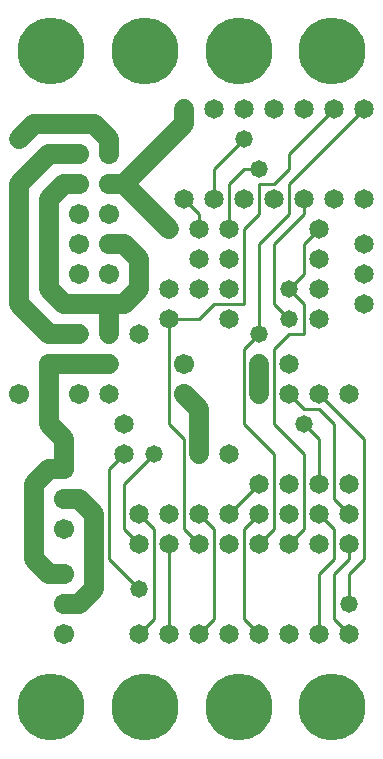
<source format=gtl>
%MOIN*%
%FSLAX25Y25*%
G04 D10 used for Character Trace; *
G04     Circle (OD=.01000) (No hole)*
G04 D11 used for Power Trace; *
G04     Circle (OD=.06500) (No hole)*
G04 D12 used for Signal Trace; *
G04     Circle (OD=.01100) (No hole)*
G04 D13 used for Via; *
G04     Circle (OD=.05800) (Round. Hole ID=.02800)*
G04 D14 used for Component hole; *
G04     Circle (OD=.06500) (Round. Hole ID=.03500)*
G04 D15 used for Component hole; *
G04     Circle (OD=.06700) (Round. Hole ID=.04300)*
G04 D16 used for Component hole; *
G04     Circle (OD=.08100) (Round. Hole ID=.05100)*
G04 D17 used for Component hole; *
G04     Circle (OD=.08900) (Round. Hole ID=.05900)*
G04 D18 used for Component hole; *
G04     Circle (OD=.11300) (Round. Hole ID=.08300)*
G04 D19 used for Component hole; *
G04     Circle (OD=.16000) (Round. Hole ID=.13000)*
G04 D20 used for Component hole; *
G04     Circle (OD=.18300) (Round. Hole ID=.15300)*
G04 D21 used for Component hole; *
G04     Circle (OD=.22291) (Round. Hole ID=.19291)*
%ADD10C,.01000*%
%ADD11C,.06500*%
%ADD12C,.01100*%
%ADD13C,.05800*%
%ADD14C,.06500*%
%ADD15C,.06700*%
%ADD16C,.08100*%
%ADD17C,.08900*%
%ADD18C,.11300*%
%ADD19C,.16000*%
%ADD20C,.18300*%
%ADD21C,.22291*%
%IPPOS*%
%LPD*%
G90*X0Y0D02*D21*X15625Y15625D03*D15*              
X20000Y40000D03*D21*X46875Y15625D03*D14*          
X45000Y40000D03*D12*X50000Y45000D01*Y75000D01*    
X45000Y80000D01*D14*D03*D12*Y70000D02*            
X40000Y75000D01*D14*X45000Y70000D03*D12*          
X40000Y75000D02*Y90000D01*X50000Y100000D01*D13*   
D03*D14*X40000Y110000D03*D12*X60000Y105000D02*    
X55000Y110000D01*X60000Y75000D02*Y105000D01*      
X65000Y70000D02*X60000Y75000D01*D14*              
X65000Y70000D03*D12*X70000Y45000D02*Y75000D01*    
X65000Y40000D02*X70000Y45000D01*D14*              
X65000Y40000D03*X75000D03*X55000D03*D12*Y70000D01*
D14*D03*X65000Y80000D03*D12*X70000Y75000D01*D14*  
X75000Y70000D03*Y80000D03*D12*X85000Y90000D01*D14*
D03*X95000Y80000D03*X75000Y100000D03*D12*         
X90000Y75000D02*Y100000D01*X85000Y70000D02*       
X90000Y75000D01*D14*X85000Y70000D03*D12*          
X80000Y45000D02*Y75000D01*X85000Y40000D02*        
X80000Y45000D01*D14*X85000Y40000D03*X95000D03*D12*
X105000D02*Y60000D01*D14*Y40000D03*D12*X115000D02*
X110000Y45000D01*D14*X115000Y40000D03*D12*        
X110000Y45000D02*Y60000D01*X115000Y65000D01*      
Y70000D01*D14*D03*D12*Y60000D02*X120000Y65000D01* 
X115000Y50000D02*Y60000D01*D13*Y50000D03*D12*     
X105000Y60000D02*X110000Y65000D01*Y75000D01*      
X105000Y80000D01*D14*D03*D12*X115000D02*          
X110000Y85000D01*D14*X115000Y80000D03*D12*        
X110000Y85000D02*Y110000D01*X105000Y115000D01*    
X100000D01*X95000Y120000D01*D14*D03*              
X85000Y130000D03*D11*Y120000D01*D14*D03*          
X95000Y130000D03*D12*X90000Y100000D02*            
X80000Y110000D01*D13*X100000D03*D12*              
X105000Y105000D01*Y90000D01*D14*D03*X115000D03*   
X95000D03*D12*X100000Y75000D02*Y100000D01*        
X95000Y70000D02*X100000Y75000D01*D14*             
X95000Y70000D03*X85000Y80000D03*D12*              
X80000Y75000D01*X100000Y100000D02*                
X90000Y110000D01*Y135000D01*X95000Y140000D01*     
X100000D01*Y150000D01*X95000Y155000D01*D13*D03*   
D12*X100000Y160000D01*Y170000D01*                 
X105000Y175000D01*D14*D03*D12*X90000Y170000D02*   
X100000Y180000D01*X90000Y150000D02*Y170000D01*    
X95000Y145000D02*X90000Y150000D01*D13*            
X95000Y145000D03*D14*X105000Y155000D03*Y145000D03*
D13*X85000Y140000D03*D12*X80000Y135000D01*        
Y110000D01*D11*X65000Y100000D02*Y115000D01*D14*   
Y100000D03*D12*X55000Y110000D02*Y145000D01*D14*   
D03*D12*X65000D01*X70000Y150000D01*X80000D01*     
Y175000D01*X85000Y180000D01*Y190000D01*X90000D01* 
X95000Y195000D01*Y200000D01*X110000Y215000D01*D14*
D03*X120000D03*D12*X95000Y190000D01*Y180000D01*   
X85000Y170000D01*Y140000D01*D14*X75000Y145000D03* 
Y155000D03*X105000Y120000D03*D12*                 
X120000Y105000D01*Y65000D01*D14*X105000Y70000D03* 
D21*X78125Y15625D03*X109375D03*D11*               
X65000Y115000D02*X60000Y120000D01*D15*D03*        
Y130000D03*D14*X40000Y100000D03*D12*              
X35000Y95000D01*Y65000D01*X45000Y55000D01*D13*D03*
D11*X25000Y50000D02*X30000Y55000D01*              
X20000Y50000D02*X25000D01*D15*X20000D03*Y60000D03*
D11*X15000D01*X10000Y65000D01*Y90000D01*          
X15000Y95000D01*X20000D01*D15*D03*D11*Y105000D01* 
X15000Y110000D01*Y130000D01*D15*D03*D11*X35000D01*
D14*D03*X45000Y140000D03*D13*X25000D03*D11*       
X15000D01*X5000Y150000D01*Y190000D01*             
X15000Y200000D01*X25000D01*D15*D03*               
X35000Y190000D03*D11*X40000D01*X55000Y175000D01*  
D14*D03*X65000Y165000D03*D11*X45000Y155000D02*    
Y165000D01*X40000Y150000D02*X45000Y155000D01*     
X35000Y150000D02*X40000D01*X35000Y140000D02*      
Y150000D01*D14*Y140000D03*D11*X20000Y150000D02*   
X35000D01*X20000D02*X15000Y155000D01*Y185000D01*  
X20000Y190000D01*X25000D01*D15*D03*               
X35000Y180000D03*Y200000D03*D11*Y205000D01*       
X30000Y210000D01*X10000D01*X5000Y205000D01*D13*   
D03*D15*X25000Y180000D03*D21*X15625Y234375D03*D11*
X45000Y165000D02*X40000Y170000D01*X35000D01*D15*  
D03*X25000Y160000D03*Y170000D03*X35000Y160000D03* 
D14*X55000Y155000D03*D11*X40000Y190000D02*        
X60000Y210000D01*Y215000D01*D14*D03*X70000D03*D12*
X75000Y190000D02*X80000Y195000D01*                
X75000Y175000D02*Y190000D01*D14*Y175000D03*       
X80000Y185000D03*D12*X65000Y175000D02*Y180000D01* 
D14*Y175000D03*D12*Y180000D02*X60000Y185000D01*   
D14*D03*D12*X70000D02*Y195000D01*D14*Y185000D03*  
D12*X80000Y195000D02*X85000D01*D13*D03*           
X80000Y205000D03*D12*X70000Y195000D01*D14*        
X90000Y215000D03*Y185000D03*X80000Y215000D03*D12* 
X100000Y180000D02*Y185000D01*D14*D03*X110000D03*  
X120000Y170000D03*Y185000D03*X105000Y165000D03*   
X75000D03*X120000Y160000D03*X100000Y215000D03*    
X120000Y150000D03*X65000Y155000D03*D21*           
X109375Y234375D03*X78125D03*X46875D03*D14*        
X35000Y120000D03*X115000D03*D15*X25000D03*        
X5000D03*X20000Y85000D03*D11*X25000D01*           
X30000Y80000D01*Y55000D01*D15*X20000Y75000D03*D14*
X55000Y80000D03*M02*                              

</source>
